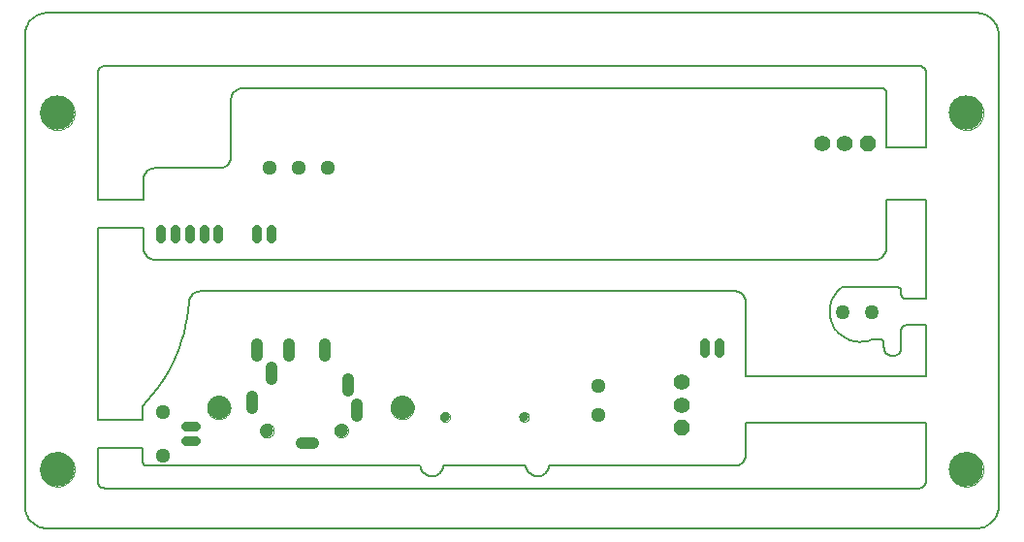
<source format=gbs>
G75*
G70*
%OFA0B0*%
%FSLAX24Y24*%
%IPPOS*%
%LPD*%
%AMOC8*
5,1,8,0,0,1.08239X$1,22.5*
%
%ADD10C,0.0050*%
%ADD11C,0.0000*%
%ADD12C,0.1181*%
%ADD13C,0.0500*%
%ADD14C,0.0512*%
%ADD15C,0.0800*%
%ADD16C,0.0472*%
%ADD17C,0.0400*%
%ADD18C,0.0330*%
%ADD19C,0.0550*%
%ADD20OC8,0.0550*%
%ADD21C,0.0317*%
D10*
X001677Y000927D02*
X033631Y000927D01*
X033630Y000927D02*
X033684Y000929D01*
X033738Y000934D01*
X033791Y000943D01*
X033844Y000956D01*
X033895Y000973D01*
X033945Y000993D01*
X033993Y001017D01*
X034040Y001044D01*
X034085Y001075D01*
X034127Y001108D01*
X034167Y001145D01*
X034204Y001184D01*
X034238Y001226D01*
X034269Y001270D01*
X034297Y001316D01*
X034321Y001364D01*
X034342Y001414D01*
X034360Y001465D01*
X034374Y001517D01*
X034384Y001570D01*
X034390Y001624D01*
X034392Y001677D01*
X034392Y017896D01*
X034392Y017895D02*
X034390Y017949D01*
X034383Y018003D01*
X034373Y018056D01*
X034360Y018108D01*
X034342Y018159D01*
X034321Y018209D01*
X034297Y018257D01*
X034269Y018303D01*
X034237Y018347D01*
X034203Y018388D01*
X034166Y018427D01*
X034126Y018464D01*
X034084Y018497D01*
X034040Y018528D01*
X033993Y018555D01*
X033945Y018578D01*
X033895Y018599D01*
X033843Y018615D01*
X033791Y018628D01*
X033738Y018637D01*
X033684Y018643D01*
X033631Y018644D01*
X001677Y018644D01*
X001624Y018642D01*
X001570Y018637D01*
X001518Y018627D01*
X001466Y018614D01*
X001415Y018597D01*
X001366Y018577D01*
X001318Y018553D01*
X001272Y018526D01*
X001228Y018495D01*
X001186Y018462D01*
X001147Y018425D01*
X001111Y018386D01*
X001077Y018345D01*
X001046Y018301D01*
X001019Y018255D01*
X000995Y018207D01*
X000975Y018158D01*
X000958Y018107D01*
X000944Y018055D01*
X000935Y018003D01*
X000929Y017949D01*
X000927Y017896D01*
X000927Y001677D01*
X000929Y001623D01*
X000935Y001570D01*
X000944Y001518D01*
X000957Y001466D01*
X000974Y001415D01*
X000995Y001365D01*
X001019Y001318D01*
X001046Y001272D01*
X001077Y001228D01*
X001110Y001186D01*
X001147Y001147D01*
X001186Y001110D01*
X001228Y001077D01*
X001272Y001046D01*
X001318Y001019D01*
X001365Y000995D01*
X001415Y000974D01*
X001466Y000957D01*
X001518Y000944D01*
X001570Y000935D01*
X001623Y000929D01*
X001677Y000927D01*
X003677Y002305D02*
X031642Y002305D01*
X031672Y002307D01*
X031702Y002312D01*
X031731Y002321D01*
X031758Y002334D01*
X031784Y002349D01*
X031808Y002368D01*
X031829Y002389D01*
X031848Y002413D01*
X031863Y002439D01*
X031876Y002466D01*
X031885Y002495D01*
X031890Y002525D01*
X031892Y002555D01*
X031892Y004570D01*
X025710Y004570D01*
X025710Y003477D01*
X025708Y003438D01*
X025702Y003399D01*
X025693Y003361D01*
X025680Y003324D01*
X025663Y003288D01*
X025643Y003255D01*
X025619Y003223D01*
X025593Y003194D01*
X025564Y003168D01*
X025532Y003144D01*
X025499Y003124D01*
X025463Y003107D01*
X025426Y003094D01*
X025388Y003085D01*
X025349Y003079D01*
X025310Y003077D01*
X018928Y003077D01*
X018928Y003078D02*
X018923Y003039D01*
X018914Y003001D01*
X018901Y002964D01*
X018885Y002929D01*
X018865Y002895D01*
X018842Y002863D01*
X018816Y002834D01*
X018787Y002808D01*
X018756Y002785D01*
X018722Y002764D01*
X018687Y002748D01*
X018650Y002734D01*
X018613Y002725D01*
X018574Y002719D01*
X018535Y002717D01*
X018496Y002719D01*
X018457Y002725D01*
X018420Y002734D01*
X018383Y002748D01*
X018348Y002764D01*
X018314Y002785D01*
X018283Y002808D01*
X018254Y002834D01*
X018228Y002863D01*
X018205Y002895D01*
X018185Y002929D01*
X018169Y002964D01*
X018156Y003001D01*
X018147Y003039D01*
X018142Y003078D01*
X018141Y003077D02*
X015298Y003077D01*
X015298Y003078D02*
X015293Y003039D01*
X015284Y003001D01*
X015271Y002964D01*
X015255Y002929D01*
X015235Y002895D01*
X015212Y002863D01*
X015186Y002834D01*
X015157Y002808D01*
X015126Y002785D01*
X015092Y002764D01*
X015057Y002748D01*
X015020Y002734D01*
X014983Y002725D01*
X014944Y002719D01*
X014905Y002717D01*
X014866Y002719D01*
X014827Y002725D01*
X014790Y002734D01*
X014753Y002748D01*
X014718Y002764D01*
X014684Y002785D01*
X014653Y002808D01*
X014624Y002834D01*
X014598Y002863D01*
X014575Y002895D01*
X014555Y002929D01*
X014539Y002964D01*
X014526Y003001D01*
X014517Y003039D01*
X014512Y003078D01*
X014511Y003077D02*
X005110Y003077D01*
X005085Y003082D01*
X005062Y003091D01*
X005039Y003103D01*
X005019Y003118D01*
X005001Y003136D01*
X004986Y003156D01*
X004974Y003178D01*
X004965Y003202D01*
X004960Y003227D01*
X004958Y003252D01*
X004960Y003277D01*
X004960Y003683D01*
X003427Y003683D01*
X003427Y002527D01*
X003431Y002499D01*
X003438Y002471D01*
X003448Y002444D01*
X003461Y002419D01*
X003477Y002396D01*
X003496Y002374D01*
X003517Y002355D01*
X003541Y002339D01*
X003566Y002326D01*
X003593Y002316D01*
X003620Y002309D01*
X003648Y002305D01*
X003677Y002305D01*
X003427Y004671D02*
X004960Y004671D01*
X004960Y005127D01*
X003427Y004671D02*
X003427Y011245D01*
X004994Y011245D01*
X004994Y010564D01*
X004996Y010525D01*
X005002Y010486D01*
X005011Y010448D01*
X005024Y010411D01*
X005041Y010375D01*
X005061Y010342D01*
X005085Y010310D01*
X005111Y010281D01*
X005140Y010255D01*
X005172Y010231D01*
X005205Y010211D01*
X005241Y010194D01*
X005278Y010181D01*
X005316Y010172D01*
X005355Y010166D01*
X005394Y010164D01*
X030138Y010164D01*
X030177Y010166D01*
X030216Y010172D01*
X030254Y010181D01*
X030291Y010194D01*
X030327Y010211D01*
X030360Y010231D01*
X030392Y010255D01*
X030421Y010281D01*
X030447Y010310D01*
X030471Y010342D01*
X030491Y010375D01*
X030508Y010411D01*
X030521Y010448D01*
X030530Y010486D01*
X030536Y010525D01*
X030538Y010564D01*
X030538Y012220D01*
X031892Y012220D01*
X031892Y008810D01*
X031192Y008810D01*
X031169Y008814D01*
X031147Y008821D01*
X031126Y008831D01*
X031107Y008844D01*
X031090Y008860D01*
X031076Y008878D01*
X031064Y008898D01*
X031055Y008919D01*
X031049Y008941D01*
X031046Y008964D01*
X031047Y008987D01*
X031046Y008988D02*
X031046Y009050D01*
X031046Y009073D01*
X031042Y009096D01*
X031036Y009118D01*
X031026Y009139D01*
X031014Y009158D01*
X030999Y009175D01*
X030981Y009190D01*
X030962Y009203D01*
X030941Y009212D01*
X030919Y009218D01*
X030896Y009222D01*
X029019Y009222D01*
X028969Y009184D01*
X028921Y009143D01*
X028876Y009099D01*
X028834Y009053D01*
X028794Y009004D01*
X028758Y008952D01*
X028725Y008899D01*
X028695Y008844D01*
X028668Y008787D01*
X028645Y008728D01*
X028626Y008668D01*
X028610Y008607D01*
X028598Y008546D01*
X028589Y008483D01*
X028585Y008420D01*
X028584Y008358D01*
X028587Y008295D01*
X028594Y008232D01*
X028605Y008170D01*
X028619Y008109D01*
X028637Y008049D01*
X028659Y007990D01*
X028684Y007932D01*
X028713Y007876D01*
X028745Y007822D01*
X028780Y007770D01*
X028818Y007720D01*
X028859Y007672D01*
X028904Y007627D01*
X028950Y007585D01*
X028999Y007546D01*
X029051Y007510D01*
X029104Y007477D01*
X029160Y007447D01*
X029217Y007421D01*
X029275Y007398D01*
X029335Y007379D01*
X029396Y007363D01*
X029458Y007351D01*
X029520Y007343D01*
X029583Y007339D01*
X029646Y007338D01*
X029709Y007342D01*
X029771Y007349D01*
X029833Y007360D01*
X029895Y007374D01*
X029955Y007392D01*
X030014Y007414D01*
X030071Y007440D01*
X030267Y007440D01*
X030293Y007438D01*
X030318Y007433D01*
X030342Y007424D01*
X030364Y007411D01*
X030385Y007396D01*
X030403Y007378D01*
X030418Y007357D01*
X030431Y007335D01*
X030440Y007311D01*
X030445Y007286D01*
X030447Y007260D01*
X030447Y007147D01*
X030448Y007147D02*
X030450Y007114D01*
X030455Y007080D01*
X030465Y007048D01*
X030478Y007017D01*
X030494Y006988D01*
X030513Y006961D01*
X030536Y006936D01*
X030561Y006913D01*
X030588Y006894D01*
X030617Y006878D01*
X030648Y006865D01*
X030680Y006855D01*
X030714Y006850D01*
X030747Y006848D01*
X030780Y006850D01*
X030814Y006855D01*
X030846Y006865D01*
X030877Y006878D01*
X030906Y006894D01*
X030933Y006913D01*
X030958Y006936D01*
X030981Y006961D01*
X031000Y006988D01*
X031016Y007017D01*
X031029Y007048D01*
X031039Y007080D01*
X031044Y007114D01*
X031046Y007147D01*
X031046Y007761D01*
X031047Y007761D02*
X031050Y007784D01*
X031057Y007806D01*
X031067Y007827D01*
X031080Y007847D01*
X031095Y007864D01*
X031113Y007879D01*
X031133Y007891D01*
X031154Y007901D01*
X031177Y007907D01*
X031200Y007910D01*
X031223Y007909D01*
X031223Y007910D02*
X031892Y007910D01*
X031892Y006158D01*
X025710Y006158D01*
X025710Y008677D01*
X025708Y008716D01*
X025702Y008755D01*
X025693Y008793D01*
X025680Y008830D01*
X025663Y008866D01*
X025643Y008899D01*
X025619Y008931D01*
X025593Y008960D01*
X025564Y008986D01*
X025532Y009010D01*
X025499Y009030D01*
X025463Y009047D01*
X025426Y009060D01*
X025388Y009069D01*
X025349Y009075D01*
X025310Y009077D01*
X006960Y009077D01*
X006921Y009075D01*
X006882Y009069D01*
X006844Y009060D01*
X006807Y009047D01*
X006771Y009030D01*
X006738Y009010D01*
X006706Y008986D01*
X006677Y008960D01*
X006651Y008931D01*
X006627Y008899D01*
X006607Y008866D01*
X006590Y008830D01*
X006577Y008793D01*
X006568Y008755D01*
X006562Y008716D01*
X006560Y008677D01*
X006534Y008413D01*
X006496Y008151D01*
X006446Y007891D01*
X006384Y007633D01*
X006310Y007379D01*
X006224Y007129D01*
X006126Y006882D01*
X006017Y006641D01*
X005897Y006404D01*
X005767Y006174D01*
X005625Y005950D01*
X005473Y005733D01*
X005312Y005523D01*
X005141Y005321D01*
X004960Y005127D01*
X004994Y012233D02*
X003427Y012233D01*
X003427Y016586D01*
X003429Y016616D01*
X003434Y016646D01*
X003443Y016675D01*
X003456Y016702D01*
X003471Y016728D01*
X003490Y016752D01*
X003511Y016773D01*
X003535Y016792D01*
X003561Y016807D01*
X003588Y016820D01*
X003617Y016829D01*
X003647Y016834D01*
X003677Y016836D01*
X031642Y016836D01*
X031672Y016834D01*
X031702Y016829D01*
X031731Y016820D01*
X031758Y016807D01*
X031784Y016792D01*
X031808Y016773D01*
X031829Y016752D01*
X031848Y016728D01*
X031863Y016702D01*
X031876Y016675D01*
X031885Y016646D01*
X031890Y016616D01*
X031892Y016586D01*
X031892Y014008D01*
X030538Y014008D01*
X030538Y015914D01*
X030536Y015937D01*
X030531Y015960D01*
X030522Y015982D01*
X030509Y016002D01*
X030494Y016020D01*
X030476Y016035D01*
X030456Y016048D01*
X030434Y016057D01*
X030411Y016062D01*
X030388Y016064D01*
X008410Y016064D01*
X008371Y016062D01*
X008332Y016056D01*
X008294Y016047D01*
X008257Y016034D01*
X008221Y016017D01*
X008188Y015997D01*
X008156Y015973D01*
X008127Y015947D01*
X008101Y015918D01*
X008077Y015886D01*
X008057Y015853D01*
X008040Y015817D01*
X008027Y015780D01*
X008018Y015742D01*
X008012Y015703D01*
X008010Y015664D01*
X008010Y013714D01*
X008008Y013675D01*
X008002Y013636D01*
X007993Y013598D01*
X007980Y013561D01*
X007963Y013525D01*
X007943Y013492D01*
X007919Y013460D01*
X007893Y013431D01*
X007864Y013405D01*
X007832Y013381D01*
X007799Y013361D01*
X007763Y013344D01*
X007726Y013331D01*
X007688Y013322D01*
X007649Y013316D01*
X007610Y013314D01*
X005394Y013314D01*
X005355Y013312D01*
X005316Y013306D01*
X005278Y013297D01*
X005241Y013284D01*
X005205Y013267D01*
X005172Y013247D01*
X005140Y013223D01*
X005111Y013197D01*
X005085Y013168D01*
X005061Y013136D01*
X005041Y013103D01*
X005024Y013067D01*
X005011Y013030D01*
X005002Y012992D01*
X004996Y012953D01*
X004994Y012914D01*
X004994Y012233D01*
D11*
X001440Y015215D02*
X001442Y015263D01*
X001448Y015311D01*
X001458Y015358D01*
X001471Y015404D01*
X001489Y015449D01*
X001509Y015493D01*
X001534Y015535D01*
X001562Y015574D01*
X001592Y015611D01*
X001626Y015645D01*
X001663Y015677D01*
X001701Y015706D01*
X001742Y015731D01*
X001785Y015753D01*
X001830Y015771D01*
X001876Y015785D01*
X001923Y015796D01*
X001971Y015803D01*
X002019Y015806D01*
X002067Y015805D01*
X002115Y015800D01*
X002163Y015791D01*
X002209Y015779D01*
X002254Y015762D01*
X002298Y015742D01*
X002340Y015719D01*
X002380Y015692D01*
X002418Y015662D01*
X002453Y015629D01*
X002485Y015593D01*
X002515Y015555D01*
X002541Y015514D01*
X002563Y015471D01*
X002583Y015427D01*
X002598Y015382D01*
X002610Y015335D01*
X002618Y015287D01*
X002622Y015239D01*
X002622Y015191D01*
X002618Y015143D01*
X002610Y015095D01*
X002598Y015048D01*
X002583Y015003D01*
X002563Y014959D01*
X002541Y014916D01*
X002515Y014875D01*
X002485Y014837D01*
X002453Y014801D01*
X002418Y014768D01*
X002380Y014738D01*
X002340Y014711D01*
X002298Y014688D01*
X002254Y014668D01*
X002209Y014651D01*
X002163Y014639D01*
X002115Y014630D01*
X002067Y014625D01*
X002019Y014624D01*
X001971Y014627D01*
X001923Y014634D01*
X001876Y014645D01*
X001830Y014659D01*
X001785Y014677D01*
X001742Y014699D01*
X001701Y014724D01*
X001663Y014753D01*
X001626Y014785D01*
X001592Y014819D01*
X001562Y014856D01*
X001534Y014895D01*
X001509Y014937D01*
X001489Y014981D01*
X001471Y015026D01*
X001458Y015072D01*
X001448Y015119D01*
X001442Y015167D01*
X001440Y015215D01*
X007182Y005080D02*
X007184Y005120D01*
X007190Y005159D01*
X007200Y005198D01*
X007213Y005235D01*
X007231Y005271D01*
X007252Y005305D01*
X007276Y005337D01*
X007303Y005366D01*
X007333Y005393D01*
X007365Y005416D01*
X007400Y005436D01*
X007436Y005452D01*
X007474Y005465D01*
X007513Y005474D01*
X007552Y005479D01*
X007592Y005480D01*
X007632Y005477D01*
X007671Y005470D01*
X007709Y005459D01*
X007747Y005445D01*
X007782Y005426D01*
X007815Y005405D01*
X007847Y005380D01*
X007875Y005352D01*
X007901Y005322D01*
X007923Y005289D01*
X007942Y005254D01*
X007958Y005217D01*
X007970Y005179D01*
X007978Y005140D01*
X007982Y005100D01*
X007982Y005060D01*
X007978Y005020D01*
X007970Y004981D01*
X007958Y004943D01*
X007942Y004906D01*
X007923Y004871D01*
X007901Y004838D01*
X007875Y004808D01*
X007847Y004780D01*
X007815Y004755D01*
X007782Y004734D01*
X007747Y004715D01*
X007709Y004701D01*
X007671Y004690D01*
X007632Y004683D01*
X007592Y004680D01*
X007552Y004681D01*
X007513Y004686D01*
X007474Y004695D01*
X007436Y004708D01*
X007400Y004724D01*
X007365Y004744D01*
X007333Y004767D01*
X007303Y004794D01*
X007276Y004823D01*
X007252Y004855D01*
X007231Y004889D01*
X007213Y004925D01*
X007200Y004962D01*
X007190Y005001D01*
X007184Y005040D01*
X007182Y005080D01*
X009001Y004288D02*
X009003Y004318D01*
X009009Y004348D01*
X009018Y004377D01*
X009031Y004404D01*
X009048Y004429D01*
X009067Y004452D01*
X009090Y004473D01*
X009115Y004490D01*
X009141Y004504D01*
X009170Y004514D01*
X009199Y004521D01*
X009229Y004524D01*
X009260Y004523D01*
X009290Y004518D01*
X009319Y004509D01*
X009346Y004497D01*
X009372Y004482D01*
X009396Y004463D01*
X009417Y004441D01*
X009435Y004417D01*
X009450Y004390D01*
X009461Y004362D01*
X009469Y004333D01*
X009473Y004303D01*
X009473Y004273D01*
X009469Y004243D01*
X009461Y004214D01*
X009450Y004186D01*
X009435Y004159D01*
X009417Y004135D01*
X009396Y004113D01*
X009372Y004094D01*
X009346Y004079D01*
X009319Y004067D01*
X009290Y004058D01*
X009260Y004053D01*
X009229Y004052D01*
X009199Y004055D01*
X009170Y004062D01*
X009141Y004072D01*
X009115Y004086D01*
X009090Y004103D01*
X009067Y004124D01*
X009048Y004147D01*
X009031Y004172D01*
X009018Y004199D01*
X009009Y004228D01*
X009003Y004258D01*
X009001Y004288D01*
X011560Y004288D02*
X011562Y004318D01*
X011568Y004348D01*
X011577Y004377D01*
X011590Y004404D01*
X011607Y004429D01*
X011626Y004452D01*
X011649Y004473D01*
X011674Y004490D01*
X011700Y004504D01*
X011729Y004514D01*
X011758Y004521D01*
X011788Y004524D01*
X011819Y004523D01*
X011849Y004518D01*
X011878Y004509D01*
X011905Y004497D01*
X011931Y004482D01*
X011955Y004463D01*
X011976Y004441D01*
X011994Y004417D01*
X012009Y004390D01*
X012020Y004362D01*
X012028Y004333D01*
X012032Y004303D01*
X012032Y004273D01*
X012028Y004243D01*
X012020Y004214D01*
X012009Y004186D01*
X011994Y004159D01*
X011976Y004135D01*
X011955Y004113D01*
X011931Y004094D01*
X011905Y004079D01*
X011878Y004067D01*
X011849Y004058D01*
X011819Y004053D01*
X011788Y004052D01*
X011758Y004055D01*
X011729Y004062D01*
X011700Y004072D01*
X011674Y004086D01*
X011649Y004103D01*
X011626Y004124D01*
X011607Y004147D01*
X011590Y004172D01*
X011577Y004199D01*
X011568Y004228D01*
X011562Y004258D01*
X011560Y004288D01*
X013487Y005080D02*
X013489Y005120D01*
X013495Y005159D01*
X013505Y005198D01*
X013518Y005235D01*
X013536Y005271D01*
X013557Y005305D01*
X013581Y005337D01*
X013608Y005366D01*
X013638Y005393D01*
X013670Y005416D01*
X013705Y005436D01*
X013741Y005452D01*
X013779Y005465D01*
X013818Y005474D01*
X013857Y005479D01*
X013897Y005480D01*
X013937Y005477D01*
X013976Y005470D01*
X014014Y005459D01*
X014052Y005445D01*
X014087Y005426D01*
X014120Y005405D01*
X014152Y005380D01*
X014180Y005352D01*
X014206Y005322D01*
X014228Y005289D01*
X014247Y005254D01*
X014263Y005217D01*
X014275Y005179D01*
X014283Y005140D01*
X014287Y005100D01*
X014287Y005060D01*
X014283Y005020D01*
X014275Y004981D01*
X014263Y004943D01*
X014247Y004906D01*
X014228Y004871D01*
X014206Y004838D01*
X014180Y004808D01*
X014152Y004780D01*
X014120Y004755D01*
X014087Y004734D01*
X014052Y004715D01*
X014014Y004701D01*
X013976Y004690D01*
X013937Y004683D01*
X013897Y004680D01*
X013857Y004681D01*
X013818Y004686D01*
X013779Y004695D01*
X013741Y004708D01*
X013705Y004724D01*
X013670Y004744D01*
X013638Y004767D01*
X013608Y004794D01*
X013581Y004823D01*
X013557Y004855D01*
X013536Y004889D01*
X013518Y004925D01*
X013505Y004962D01*
X013495Y005001D01*
X013489Y005040D01*
X013487Y005080D01*
X015196Y004757D02*
X015198Y004782D01*
X015204Y004807D01*
X015213Y004830D01*
X015226Y004852D01*
X015242Y004871D01*
X015261Y004888D01*
X015282Y004902D01*
X015305Y004912D01*
X015330Y004919D01*
X015355Y004922D01*
X015380Y004921D01*
X015405Y004916D01*
X015428Y004908D01*
X015451Y004895D01*
X015471Y004880D01*
X015488Y004862D01*
X015503Y004841D01*
X015514Y004819D01*
X015522Y004795D01*
X015526Y004770D01*
X015526Y004744D01*
X015522Y004719D01*
X015514Y004695D01*
X015503Y004673D01*
X015488Y004652D01*
X015471Y004634D01*
X015451Y004619D01*
X015428Y004606D01*
X015405Y004598D01*
X015380Y004593D01*
X015355Y004592D01*
X015330Y004595D01*
X015305Y004602D01*
X015282Y004612D01*
X015261Y004626D01*
X015242Y004643D01*
X015226Y004662D01*
X015213Y004684D01*
X015204Y004707D01*
X015198Y004732D01*
X015196Y004757D01*
X017913Y004757D02*
X017915Y004782D01*
X017921Y004807D01*
X017930Y004830D01*
X017943Y004852D01*
X017959Y004871D01*
X017978Y004888D01*
X017999Y004902D01*
X018022Y004912D01*
X018047Y004919D01*
X018072Y004922D01*
X018097Y004921D01*
X018122Y004916D01*
X018145Y004908D01*
X018168Y004895D01*
X018188Y004880D01*
X018205Y004862D01*
X018220Y004841D01*
X018231Y004819D01*
X018239Y004795D01*
X018243Y004770D01*
X018243Y004744D01*
X018239Y004719D01*
X018231Y004695D01*
X018220Y004673D01*
X018205Y004652D01*
X018188Y004634D01*
X018168Y004619D01*
X018145Y004606D01*
X018122Y004598D01*
X018097Y004593D01*
X018072Y004592D01*
X018047Y004595D01*
X018022Y004602D01*
X017999Y004612D01*
X017978Y004626D01*
X017959Y004643D01*
X017943Y004662D01*
X017930Y004684D01*
X017921Y004707D01*
X017915Y004732D01*
X017913Y004757D01*
X032687Y002959D02*
X032689Y003007D01*
X032695Y003055D01*
X032705Y003102D01*
X032718Y003148D01*
X032736Y003193D01*
X032756Y003237D01*
X032781Y003279D01*
X032809Y003318D01*
X032839Y003355D01*
X032873Y003389D01*
X032910Y003421D01*
X032948Y003450D01*
X032989Y003475D01*
X033032Y003497D01*
X033077Y003515D01*
X033123Y003529D01*
X033170Y003540D01*
X033218Y003547D01*
X033266Y003550D01*
X033314Y003549D01*
X033362Y003544D01*
X033410Y003535D01*
X033456Y003523D01*
X033501Y003506D01*
X033545Y003486D01*
X033587Y003463D01*
X033627Y003436D01*
X033665Y003406D01*
X033700Y003373D01*
X033732Y003337D01*
X033762Y003299D01*
X033788Y003258D01*
X033810Y003215D01*
X033830Y003171D01*
X033845Y003126D01*
X033857Y003079D01*
X033865Y003031D01*
X033869Y002983D01*
X033869Y002935D01*
X033865Y002887D01*
X033857Y002839D01*
X033845Y002792D01*
X033830Y002747D01*
X033810Y002703D01*
X033788Y002660D01*
X033762Y002619D01*
X033732Y002581D01*
X033700Y002545D01*
X033665Y002512D01*
X033627Y002482D01*
X033587Y002455D01*
X033545Y002432D01*
X033501Y002412D01*
X033456Y002395D01*
X033410Y002383D01*
X033362Y002374D01*
X033314Y002369D01*
X033266Y002368D01*
X033218Y002371D01*
X033170Y002378D01*
X033123Y002389D01*
X033077Y002403D01*
X033032Y002421D01*
X032989Y002443D01*
X032948Y002468D01*
X032910Y002497D01*
X032873Y002529D01*
X032839Y002563D01*
X032809Y002600D01*
X032781Y002639D01*
X032756Y002681D01*
X032736Y002725D01*
X032718Y002770D01*
X032705Y002816D01*
X032695Y002863D01*
X032689Y002911D01*
X032687Y002959D01*
X032687Y015215D02*
X032689Y015263D01*
X032695Y015311D01*
X032705Y015358D01*
X032718Y015404D01*
X032736Y015449D01*
X032756Y015493D01*
X032781Y015535D01*
X032809Y015574D01*
X032839Y015611D01*
X032873Y015645D01*
X032910Y015677D01*
X032948Y015706D01*
X032989Y015731D01*
X033032Y015753D01*
X033077Y015771D01*
X033123Y015785D01*
X033170Y015796D01*
X033218Y015803D01*
X033266Y015806D01*
X033314Y015805D01*
X033362Y015800D01*
X033410Y015791D01*
X033456Y015779D01*
X033501Y015762D01*
X033545Y015742D01*
X033587Y015719D01*
X033627Y015692D01*
X033665Y015662D01*
X033700Y015629D01*
X033732Y015593D01*
X033762Y015555D01*
X033788Y015514D01*
X033810Y015471D01*
X033830Y015427D01*
X033845Y015382D01*
X033857Y015335D01*
X033865Y015287D01*
X033869Y015239D01*
X033869Y015191D01*
X033865Y015143D01*
X033857Y015095D01*
X033845Y015048D01*
X033830Y015003D01*
X033810Y014959D01*
X033788Y014916D01*
X033762Y014875D01*
X033732Y014837D01*
X033700Y014801D01*
X033665Y014768D01*
X033627Y014738D01*
X033587Y014711D01*
X033545Y014688D01*
X033501Y014668D01*
X033456Y014651D01*
X033410Y014639D01*
X033362Y014630D01*
X033314Y014625D01*
X033266Y014624D01*
X033218Y014627D01*
X033170Y014634D01*
X033123Y014645D01*
X033077Y014659D01*
X033032Y014677D01*
X032989Y014699D01*
X032948Y014724D01*
X032910Y014753D01*
X032873Y014785D01*
X032839Y014819D01*
X032809Y014856D01*
X032781Y014895D01*
X032756Y014937D01*
X032736Y014981D01*
X032718Y015026D01*
X032705Y015072D01*
X032695Y015119D01*
X032689Y015167D01*
X032687Y015215D01*
X001440Y002959D02*
X001442Y003007D01*
X001448Y003055D01*
X001458Y003102D01*
X001471Y003148D01*
X001489Y003193D01*
X001509Y003237D01*
X001534Y003279D01*
X001562Y003318D01*
X001592Y003355D01*
X001626Y003389D01*
X001663Y003421D01*
X001701Y003450D01*
X001742Y003475D01*
X001785Y003497D01*
X001830Y003515D01*
X001876Y003529D01*
X001923Y003540D01*
X001971Y003547D01*
X002019Y003550D01*
X002067Y003549D01*
X002115Y003544D01*
X002163Y003535D01*
X002209Y003523D01*
X002254Y003506D01*
X002298Y003486D01*
X002340Y003463D01*
X002380Y003436D01*
X002418Y003406D01*
X002453Y003373D01*
X002485Y003337D01*
X002515Y003299D01*
X002541Y003258D01*
X002563Y003215D01*
X002583Y003171D01*
X002598Y003126D01*
X002610Y003079D01*
X002618Y003031D01*
X002622Y002983D01*
X002622Y002935D01*
X002618Y002887D01*
X002610Y002839D01*
X002598Y002792D01*
X002583Y002747D01*
X002563Y002703D01*
X002541Y002660D01*
X002515Y002619D01*
X002485Y002581D01*
X002453Y002545D01*
X002418Y002512D01*
X002380Y002482D01*
X002340Y002455D01*
X002298Y002432D01*
X002254Y002412D01*
X002209Y002395D01*
X002163Y002383D01*
X002115Y002374D01*
X002067Y002369D01*
X002019Y002368D01*
X001971Y002371D01*
X001923Y002378D01*
X001876Y002389D01*
X001830Y002403D01*
X001785Y002421D01*
X001742Y002443D01*
X001701Y002468D01*
X001663Y002497D01*
X001626Y002529D01*
X001592Y002563D01*
X001562Y002600D01*
X001534Y002639D01*
X001509Y002681D01*
X001489Y002725D01*
X001471Y002770D01*
X001458Y002816D01*
X001448Y002863D01*
X001442Y002911D01*
X001440Y002959D01*
D12*
X002031Y002959D03*
X002031Y015215D03*
X033278Y015215D03*
X033278Y002959D03*
D13*
X030046Y008352D03*
X029046Y008352D03*
D14*
X020645Y005809D03*
X020645Y004809D03*
X005677Y004927D03*
X005677Y003427D03*
X009346Y013327D03*
X010346Y013327D03*
X011346Y013327D03*
D15*
X013887Y005080D03*
X007582Y005080D03*
D16*
X009237Y004288D03*
X011796Y004288D03*
D17*
X012347Y004797D02*
X012347Y005197D01*
X012033Y005663D02*
X012033Y006063D01*
X011245Y006844D02*
X011245Y007244D01*
X009985Y007244D02*
X009985Y006844D01*
X009395Y006457D02*
X009395Y006057D01*
X008725Y005473D02*
X008725Y005073D01*
X010415Y003855D02*
X010815Y003855D01*
X008883Y006844D02*
X008883Y007244D01*
D18*
X015361Y004757D03*
X018078Y004757D03*
D19*
X023509Y005164D03*
X023509Y005951D03*
X028319Y014167D03*
X029106Y014167D03*
D20*
X029894Y014167D03*
X023509Y004377D03*
D21*
X024297Y006968D02*
X024297Y007285D01*
X024789Y007285D02*
X024789Y006968D01*
X009399Y010881D02*
X009399Y011198D01*
X008906Y011198D02*
X008906Y010881D01*
X007574Y010881D02*
X007574Y011198D01*
X007082Y011198D02*
X007082Y010881D01*
X006590Y010881D02*
X006590Y011198D01*
X006097Y011198D02*
X006097Y010881D01*
X005605Y010881D02*
X005605Y011198D01*
X006469Y004423D02*
X006786Y004423D01*
X006786Y003931D02*
X006469Y003931D01*
M02*

</source>
